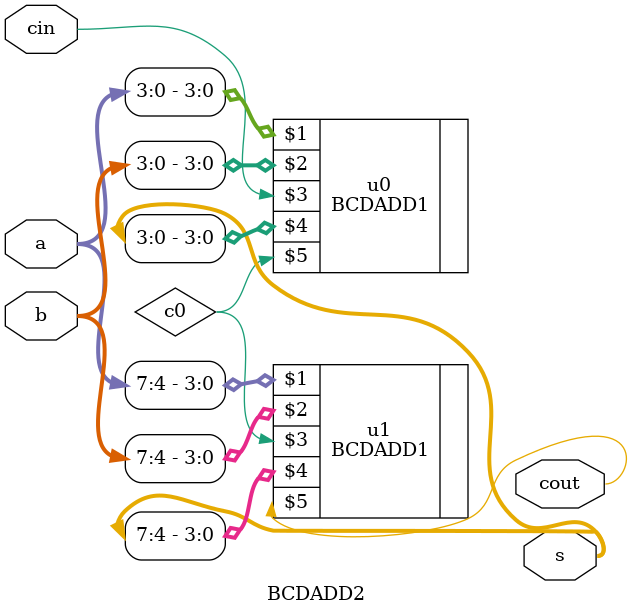
<source format=v>
module BCDADD2(a,b,cin,s,cout);

input [7:0] a,b;
input cin;
output [7:0] s;
output cout;
wire c0;

BCDADD1 u0(a[3:0],b[3:0],cin,s[3:0],c0);
BCDADD1 u1(a[7:4],b[7:4],c0,s[7:4],cout);

endmodule
</source>
